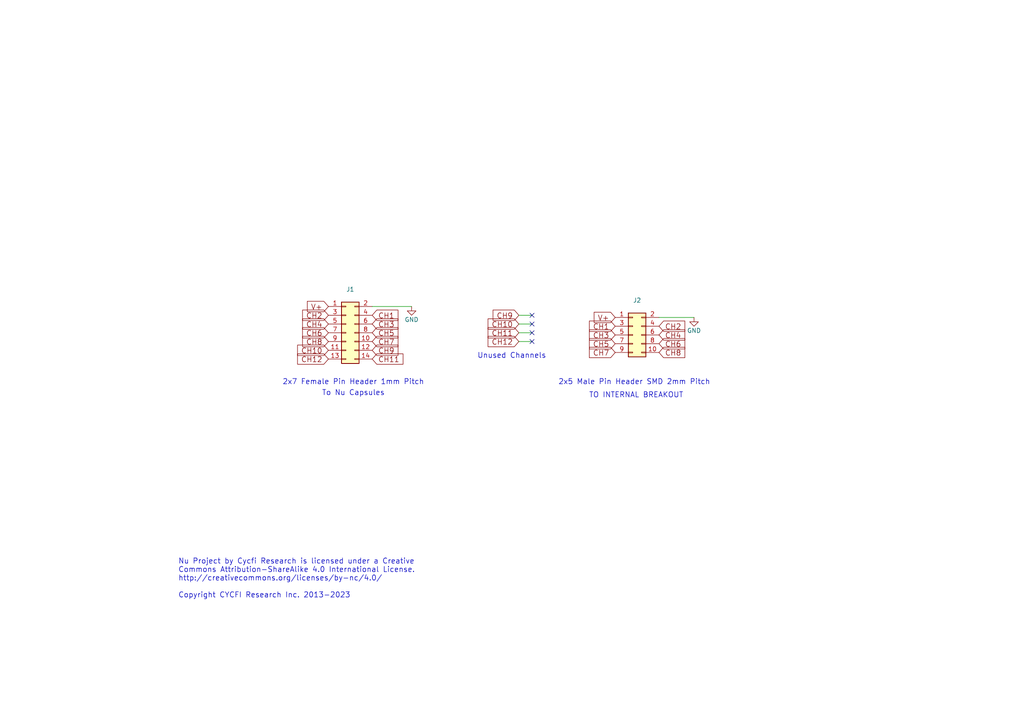
<source format=kicad_sch>
(kicad_sch (version 20211123) (generator eeschema)
  (paper "A4")
  (title_block (title "Output Board") (date "2023-01-11") (rev "2.51") (company "Document Number: 2021012"))
  (lib_symbols
    (symbol "Connector_Generic:Conn_02x05_Odd_Even" (pin_names (offset 1.016) hide)
      (property "Reference" "J" (at 1.27 7.62 0))
      (property "Value" "Conn_02x05_Odd_Even" (at 1.27 -7.62 0))
      (symbol "Conn_02x05_Odd_Even_1_1"
        (rectangle (start -1.27 -4.953) (end 0 -5.207) (stroke (width 0.1524)))
        (rectangle (start -1.27 -2.413) (end 0 -2.667) (stroke (width 0.1524)))
        (rectangle (start -1.27 0.127) (end 0 -0.127) (stroke (width 0.1524)))
        (rectangle (start -1.27 2.667) (end 0 2.413) (stroke (width 0.1524)))
        (rectangle (start -1.27 5.207) (end 0 4.953) (stroke (width 0.1524)))
        (rectangle (start -1.27 6.35) (end 3.81 -6.35) (stroke (width 0.254)) (fill (type background)))
        (rectangle (start 3.81 -4.953) (end 2.54 -5.207) (stroke (width 0.1524)))
        (rectangle (start 3.81 -2.413) (end 2.54 -2.667) (stroke (width 0.1524)))
        (rectangle (start 3.81 0.127) (end 2.54 -0.127) (stroke (width 0.1524)))
        (rectangle (start 3.81 2.667) (end 2.54 2.413) (stroke (width 0.1524)))
        (rectangle (start 3.81 5.207) (end 2.54 4.953) (stroke (width 0.1524)))
        (pin passive line (at -5.08 5.08 0) (length 3.81) (name "Pin_1") (number "1"))
        (pin passive line (at 7.62 -5.08 180) (length 3.81) (name "Pin_10") (number "10"))
        (pin passive line (at 7.62 5.08 180) (length 3.81) (name "Pin_2") (number "2"))
        (pin passive line (at -5.08 2.54 0) (length 3.81) (name "Pin_3") (number "3"))
        (pin passive line (at 7.62 2.54 180) (length 3.81) (name "Pin_4") (number "4"))
        (pin passive line (at -5.08 0 0) (length 3.81) (name "Pin_5") (number "5"))
        (pin passive line (at 7.62 0 180) (length 3.81) (name "Pin_6") (number "6"))
        (pin passive line (at -5.08 -2.54 0) (length 3.81) (name "Pin_7") (number "7"))
        (pin passive line (at 7.62 -2.54 180) (length 3.81) (name "Pin_8") (number "8"))
        (pin passive line (at -5.08 -5.08 0) (length 3.81) (name "Pin_9") (number "9"))
      )
    )
    (symbol "Connector_Generic:Conn_02x07_Odd_Even" (pin_names (offset 1.016) hide)
      (property "Reference" "J" (at 1.27 10.16 0))
      (property "Value" "Conn_02x07_Odd_Even" (at 1.27 -10.16 0))
      (symbol "Conn_02x07_Odd_Even_1_1"
        (rectangle (start -1.27 -7.493) (end 0 -7.747) (stroke (width 0.1524)))
        (rectangle (start -1.27 -4.953) (end 0 -5.207) (stroke (width 0.1524)))
        (rectangle (start -1.27 -2.413) (end 0 -2.667) (stroke (width 0.1524)))
        (rectangle (start -1.27 0.127) (end 0 -0.127) (stroke (width 0.1524)))
        (rectangle (start -1.27 2.667) (end 0 2.413) (stroke (width 0.1524)))
        (rectangle (start -1.27 5.207) (end 0 4.953) (stroke (width 0.1524)))
        (rectangle (start -1.27 7.747) (end 0 7.493) (stroke (width 0.1524)))
        (rectangle (start -1.27 8.89) (end 3.81 -8.89) (stroke (width 0.254)) (fill (type background)))
        (rectangle (start 3.81 -7.493) (end 2.54 -7.747) (stroke (width 0.1524)))
        (rectangle (start 3.81 -4.953) (end 2.54 -5.207) (stroke (width 0.1524)))
        (rectangle (start 3.81 -2.413) (end 2.54 -2.667) (stroke (width 0.1524)))
        (rectangle (start 3.81 0.127) (end 2.54 -0.127) (stroke (width 0.1524)))
        (rectangle (start 3.81 2.667) (end 2.54 2.413) (stroke (width 0.1524)))
        (rectangle (start 3.81 5.207) (end 2.54 4.953) (stroke (width 0.1524)))
        (rectangle (start 3.81 7.747) (end 2.54 7.493) (stroke (width 0.1524)))
        (pin passive line (at -5.08 7.62 0) (length 3.81) (name "Pin_1") (number "1"))
        (pin passive line (at 7.62 -2.54 180) (length 3.81) (name "Pin_10") (number "10"))
        (pin passive line (at -5.08 -5.08 0) (length 3.81) (name "Pin_11") (number "11"))
        (pin passive line (at 7.62 -5.08 180) (length 3.81) (name "Pin_12") (number "12"))
        (pin passive line (at -5.08 -7.62 0) (length 3.81) (name "Pin_13") (number "13"))
        (pin passive line (at 7.62 -7.62 180) (length 3.81) (name "Pin_14") (number "14"))
        (pin passive line (at 7.62 7.62 180) (length 3.81) (name "Pin_2") (number "2"))
        (pin passive line (at -5.08 5.08 0) (length 3.81) (name "Pin_3") (number "3"))
        (pin passive line (at 7.62 5.08 180) (length 3.81) (name "Pin_4") (number "4"))
        (pin passive line (at -5.08 2.54 0) (length 3.81) (name "Pin_5") (number "5"))
        (pin passive line (at 7.62 2.54 180) (length 3.81) (name "Pin_6") (number "6"))
        (pin passive line (at -5.08 0 0) (length 3.81) (name "Pin_7") (number "7"))
        (pin passive line (at 7.62 0 180) (length 3.81) (name "Pin_8") (number "8"))
        (pin passive line (at -5.08 -2.54 0) (length 3.81) (name "Pin_9") (number "9"))
      )
    )
    (symbol "power:GND" (power) (pin_names (offset 0))
      (property "Value" "GND" (at 0 -3.81 0))
      (symbol "GND_0_1"
        (polyline (pts (xy 0 0) (xy 0 -1.27) (xy 1.27 -1.27) (xy 0 -2.54) (xy -1.27 -1.27) (xy 0 -1.27)))
      )
      (symbol "GND_1_1"
        (pin power_in line (at 0 0 270) (length 0) hide (name "GND") (number "1"))
      )
    )
  )
  (no_connect (at 154.305 99.06))
  (no_connect (at 154.305 96.52))
  (no_connect (at 154.305 93.98))
  (no_connect (at 154.305 91.44))
  (wire (pts (xy 150.495 96.52) (xy 154.305 96.52)))
  (wire (pts (xy 150.495 93.98) (xy 154.305 93.98)))
  (wire (pts (xy 150.495 99.06) (xy 154.305 99.06)))
  (wire (pts (xy 107.95 88.9) (xy 119.38 88.9)))
  (wire (pts (xy 150.495 91.44) (xy 154.305 91.44)))
  (wire (pts (xy 191.135 92.075) (xy 201.295 92.075)))
  (text "Nu Project by Cycfi Research is licensed under a Creative \nCommons Attribution-ShareAlike 4.0 International License. \nhttp://creativecommons.org/licenses/by-nc/4.0/\n\nCopyright CYCFI Research Inc. 2013-2023" (at 51.689 173.609 0) (effects (font (size 1.524 1.524)) (justify left bottom)))
  (text "To Nu Capsules" (at 93.345 114.935 0) (effects (font (size 1.524 1.524)) (justify left bottom)))
  (text "TO INTERNAL BREAKOUT\n" (at 170.815 115.57 0) (effects (font (size 1.524 1.524)) (justify left bottom)))
  (text "Unused Channels" (at 138.43 104.14 0) (effects (font (size 1.524 1.524)) (justify left bottom)))
  (text "2x7 Female Pin Header 1mm Pitch" (at 81.915 111.76 0) (effects (font (size 1.524 1.524)) (justify left bottom)))
  (text "2x5 Male Pin Header SMD 2mm Pitch\n" (at 161.925 111.76 0) (effects (font (size 1.524 1.524)) (justify left bottom)))
  (global_label "CH4" (shape input) (at 95.25 93.98 180) (effects (font (size 1.524 1.524))) (property "Intersheet References" "${INTERSHEET_REFS}" (effects hide)))
  (global_label "CH2" (shape input) (at 95.25 91.44 180) (effects (font (size 1.524 1.524))) (property "Intersheet References" "${INTERSHEET_REFS}" (effects hide)))
  (global_label "CH9" (shape input) (at 107.95 101.6 0) (effects (font (size 1.524 1.524))) (property "Intersheet References" "${INTERSHEET_REFS}" (effects hide)))
  (global_label "CH3" (shape input) (at 107.95 93.98 0) (effects (font (size 1.524 1.524))) (property "Intersheet References" "${INTERSHEET_REFS}" (effects hide)))
  (global_label "CH8" (shape input) (at 95.25 99.06 180) (effects (font (size 1.524 1.524))) (property "Intersheet References" "${INTERSHEET_REFS}" (effects hide)))
  (global_label "CH7" (shape input) (at 107.95 99.06 0) (effects (font (size 1.524 1.524))) (property "Intersheet References" "${INTERSHEET_REFS}" (effects hide)))
  (global_label "CH5" (shape input) (at 178.435 99.695 180) (effects (font (size 1.524 1.524))) (property "Intersheet References" "${INTERSHEET_REFS}" (effects hide)))
  (global_label "CH1" (shape input) (at 178.435 94.615 180) (effects (font (size 1.524 1.524))) (property "Intersheet References" "${INTERSHEET_REFS}" (effects hide)))
  (global_label "CH3" (shape input) (at 178.435 97.155 180) (effects (font (size 1.524 1.524))) (property "Intersheet References" "${INTERSHEET_REFS}" (effects hide)))
  (global_label "CH1" (shape input) (at 107.95 91.44 0) (effects (font (size 1.524 1.524))) (property "Intersheet References" "${INTERSHEET_REFS}" (effects hide)))
  (global_label "CH11" (shape input) (at 107.95 104.14 0) (effects (font (size 1.524 1.524))) (property "Intersheet References" "${INTERSHEET_REFS}" (effects hide)))
  (global_label "CH10" (shape input) (at 150.495 93.98 180) (effects (font (size 1.524 1.524))) (property "Intersheet References" "${INTERSHEET_REFS}" (effects hide)))
  (global_label "CH11" (shape input) (at 150.495 96.52 180) (effects (font (size 1.524 1.524))) (property "Intersheet References" "${INTERSHEET_REFS}" (effects hide)))
  (global_label "CH12" (shape input) (at 95.25 104.14 180) (effects (font (size 1.524 1.524))) (property "Intersheet References" "${INTERSHEET_REFS}" (effects hide)))
  (global_label "CH5" (shape input) (at 107.95 96.52 0) (effects (font (size 1.524 1.524))) (property "Intersheet References" "${INTERSHEET_REFS}" (effects hide)))
  (global_label "V+" (shape input) (at 95.25 88.9 180) (effects (font (size 1.524 1.524))) (property "Intersheet References" "${INTERSHEET_REFS}" (effects hide)))
  (global_label "CH6" (shape input) (at 95.25 96.52 180) (effects (font (size 1.524 1.524))) (property "Intersheet References" "${INTERSHEET_REFS}" (effects hide)))
  (global_label "CH2" (shape input) (at 191.135 94.615 0) (effects (font (size 1.524 1.524))) (property "Intersheet References" "${INTERSHEET_REFS}" (effects hide)))
  (global_label "CH8" (shape input) (at 191.135 102.235 0) (effects (font (size 1.524 1.524))) (property "Intersheet References" "${INTERSHEET_REFS}" (effects hide)))
  (global_label "CH4" (shape input) (at 191.135 97.155 0) (effects (font (size 1.524 1.524))) (property "Intersheet References" "${INTERSHEET_REFS}" (effects hide)))
  (global_label "CH6" (shape input) (at 191.135 99.695 0) (effects (font (size 1.524 1.524))) (property "Intersheet References" "${INTERSHEET_REFS}" (effects hide)))
  (global_label "CH7" (shape input) (at 178.435 102.235 180) (effects (font (size 1.524 1.524))) (property "Intersheet References" "${INTERSHEET_REFS}" (effects hide)))
  (global_label "CH12" (shape input) (at 150.495 99.06 180) (effects (font (size 1.524 1.524))) (property "Intersheet References" "${INTERSHEET_REFS}" (effects hide)))
  (global_label "CH10" (shape input) (at 95.25 101.6 180) (effects (font (size 1.524 1.524))) (property "Intersheet References" "${INTERSHEET_REFS}" (effects hide)))
  (global_label "CH9" (shape input) (at 150.495 91.44 180) (effects (font (size 1.524 1.524))) (property "Intersheet References" "${INTERSHEET_REFS}" (effects hide)))
  (global_label "V+" (shape input) (at 178.435 92.075 180) (effects (font (size 1.524 1.524))) (property "Intersheet References" "${INTERSHEET_REFS}" (effects hide)))
  (symbol (lib_id "power:GND") (at 119.38 88.9 0) (unit 1)
    (property "Reference" "#PWR01" (effects hide))
    (property "Value" "GND" (at 119.38 92.71 0))
  )
  (symbol (lib_id "power:GND") (at 201.295 92.075 0) (unit 1)
    (property "Reference" "#PWR0103" (effects hide))
    (property "Value" "GND" (at 201.295 95.885 0))
  )
  (symbol (lib_id "Connector_Generic:Conn_02x05_Odd_Even") (at 183.515 97.155 0) (unit 1)
    (property "Reference" "J2" (at 184.785 87.1052 0))
    (property "Value" "Conn_02x05_Odd_Even" (effects hide))
    (property "Footprint" "Cycfi_Kicad_Headers:2x5_1mm_Angled_SMD" (effects hide))
  )
  (symbol (lib_id "Connector_Generic:Conn_02x07_Odd_Even") (at 100.33 96.52 0) (unit 1)
    (property "Reference" "J1" (at 101.6 83.9302 0))
    (property "Value" "Conn_02x07_Odd_Even" (effects hide))
    (property "Footprint" "Pin_Headers:Pin_Header_Straight_2x07_Pitch1.00mm_SMD" (effects hide))
  )
)
</source>
